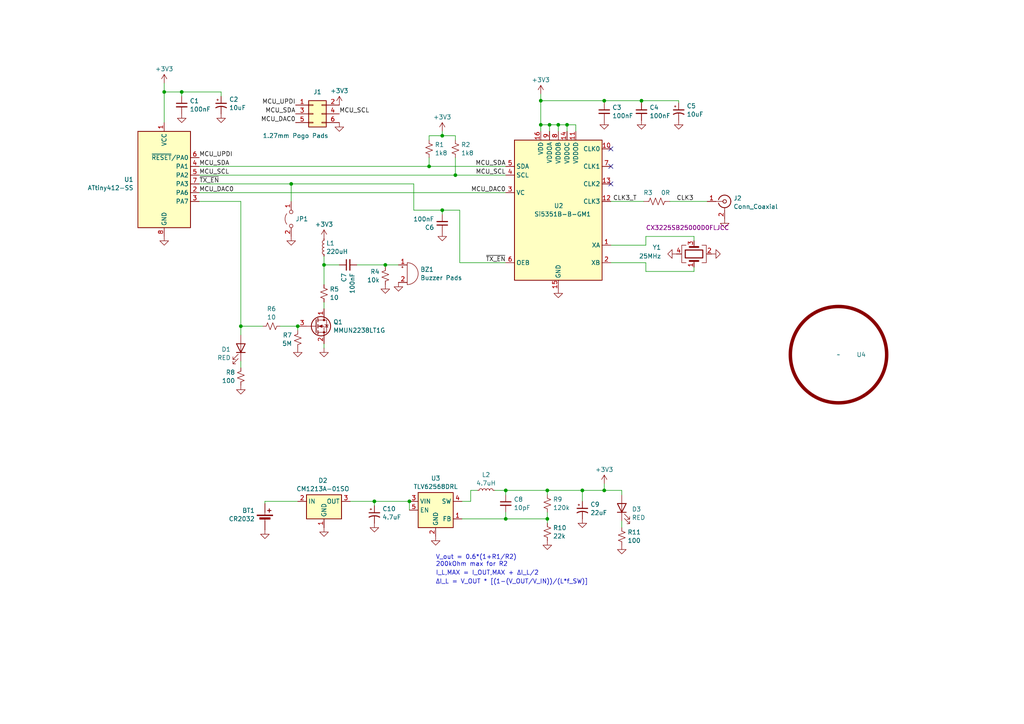
<source format=kicad_sch>
(kicad_sch (version 20231120) (generator "eeschema") (generator_version "8.0")
  (paper "A4")
  (lib_symbols
    (symbol "Connector:Conn_Coaxial" (pin_names (offset 1.016) hide)
      (property "Reference" "J" (at 0.254 3.048 0))
      (property "Value" "Conn_Coaxial" (at 2.921 0 90))
      (symbol "Conn_Coaxial_0_1"
        (arc (start -1.778 -0.508) (mid 0.2311 -1.8066) (end 1.778 0) (stroke (width 0.254)))
        (polyline (pts (xy -2.54 0) (xy -0.508 0)))
        (polyline (pts (xy 0 -2.54) (xy 0 -1.778)))
        (circle (center 0 0) (radius 0.508) (stroke (width 0.2032)))
        (arc (start 1.778 0) (mid 0.2099 1.8101) (end -1.778 0.508) (stroke (width 0.254)))
      )
      (symbol "Conn_Coaxial_1_1"
        (pin passive line (at -5.08 0 0) (length 2.54) (name "In") (number "1"))
        (pin passive line (at 0 -5.08 90) (length 2.54) (name "Ext") (number "2"))
      )
    )
    (symbol "Connector_Generic:Conn_02x03_Odd_Even" (pin_names (offset 1.016) hide)
      (property "Reference" "J" (at 1.27 5.08 0))
      (property "Value" "Conn_02x03_Odd_Even" (at 1.27 -5.08 0))
      (symbol "Conn_02x03_Odd_Even_1_1"
        (rectangle (start -1.27 -2.413) (end 0 -2.667) (stroke (width 0.1524)))
        (rectangle (start -1.27 0.127) (end 0 -0.127) (stroke (width 0.1524)))
        (rectangle (start -1.27 2.667) (end 0 2.413) (stroke (width 0.1524)))
        (rectangle (start -1.27 3.81) (end 3.81 -3.81) (stroke (width 0.254)) (fill (type background)))
        (rectangle (start 3.81 -2.413) (end 2.54 -2.667) (stroke (width 0.1524)))
        (rectangle (start 3.81 0.127) (end 2.54 -0.127) (stroke (width 0.1524)))
        (rectangle (start 3.81 2.667) (end 2.54 2.413) (stroke (width 0.1524)))
        (pin passive line (at -5.08 2.54 0) (length 3.81) (name "Pin_1") (number "1"))
        (pin passive line (at 7.62 2.54 180) (length 3.81) (name "Pin_2") (number "2"))
        (pin passive line (at -5.08 0 0) (length 3.81) (name "Pin_3") (number "3"))
        (pin passive line (at 7.62 0 180) (length 3.81) (name "Pin_4") (number "4"))
        (pin passive line (at -5.08 -2.54 0) (length 3.81) (name "Pin_5") (number "5"))
        (pin passive line (at 7.62 -2.54 180) (length 3.81) (name "Pin_6") (number "6"))
      )
    )
    (symbol "Device:Battery_Cell" (pin_numbers hide) (pin_names (offset 0) hide)
      (property "Reference" "BT" (at 2.54 2.54 0))
      (property "Value" "Battery_Cell" (at 2.54 0 0))
      (symbol "Battery_Cell_0_1"
        (rectangle (start -2.286 1.778) (end 2.286 1.524) (fill (type outline)))
        (rectangle (start -1.524 1.016) (end 1.524 0.508) (fill (type outline)))
        (polyline (pts (xy 0 0.762) (xy 0 0)))
        (polyline (pts (xy 0 1.778) (xy 0 2.54)))
        (polyline (pts (xy 0.762 3.048) (xy 1.778 3.048)) (stroke (width 0.254)))
        (polyline (pts (xy 1.27 3.556) (xy 1.27 2.54)) (stroke (width 0.254)))
      )
      (symbol "Battery_Cell_1_1"
        (pin passive line (at 0 5.08 270) (length 2.54) (name "+") (number "1"))
        (pin passive line (at 0 -2.54 90) (length 2.54) (name "-") (number "2"))
      )
    )
    (symbol "Device:Buzzer" (pin_names (offset 0.0254) hide)
      (property "Reference" "BZ" (at 3.81 1.27 0))
      (property "Value" "Buzzer" (at 3.81 -1.27 0))
      (symbol "Buzzer_0_1"
        (arc (start 0 -3.175) (mid 3.1612 0) (end 0 3.175))
        (polyline (pts (xy -1.651 1.905) (xy -1.143 1.905)))
        (polyline (pts (xy -1.397 2.159) (xy -1.397 1.651)))
        (polyline (pts (xy 0 3.175) (xy 0 -3.175)))
      )
      (symbol "Buzzer_1_1"
        (pin passive line (at -2.54 2.54 0) (length 2.54) (name "+") (number "1"))
        (pin passive line (at -2.54 -2.54 0) (length 2.54) (name "-") (number "2"))
      )
    )
    (symbol "Device:C_Polarized_Small_US" (pin_numbers hide) (pin_names (offset 0.254) hide)
      (property "Reference" "C" (at 0.254 1.778 0))
      (property "Value" "C_Polarized_Small_US" (at 0.254 -2.032 0))
      (symbol "C_Polarized_Small_US_0_1"
        (polyline (pts (xy -1.524 0.508) (xy 1.524 0.508)) (stroke (width 0.3048)))
        (polyline (pts (xy -1.27 1.524) (xy -0.762 1.524)))
        (polyline (pts (xy -1.016 1.27) (xy -1.016 1.778)))
        (arc (start 1.524 -0.762) (mid 0 -0.3734) (end -1.524 -0.762) (stroke (width 0.3048)))
      )
      (symbol "C_Polarized_Small_US_1_1"
        (pin passive line (at 0 2.54 270) (length 2.032) (name "~") (number "1"))
        (pin passive line (at 0 -2.54 90) (length 2.032) (name "~") (number "2"))
      )
    )
    (symbol "Device:C_Small" (pin_numbers hide) (pin_names (offset 0.254) hide)
      (property "Reference" "C" (at 0.254 1.778 0))
      (property "Value" "C_Small" (at 0.254 -2.032 0))
      (symbol "C_Small_0_1"
        (polyline (pts (xy -1.524 -0.508) (xy 1.524 -0.508)) (stroke (width 0.3302)))
        (polyline (pts (xy -1.524 0.508) (xy 1.524 0.508)) (stroke (width 0.3048)))
      )
      (symbol "C_Small_1_1"
        (pin passive line (at 0 2.54 270) (length 2.032) (name "~") (number "1"))
        (pin passive line (at 0 -2.54 90) (length 2.032) (name "~") (number "2"))
      )
    )
    (symbol "Device:Crystal_GND24" (pin_names (offset 1.016) hide)
      (property "Reference" "Y" (at 3.175 5.08 0))
      (property "Value" "Crystal_GND24" (at 3.175 3.175 0))
      (symbol "Crystal_GND24_0_1"
        (rectangle (start -1.143 2.54) (end 1.143 -2.54) (stroke (width 0.3048)))
        (polyline (pts (xy -2.54 0) (xy -2.032 0)))
        (polyline (pts (xy -2.032 -1.27) (xy -2.032 1.27)) (stroke (width 0.508)))
        (polyline (pts (xy 0 -3.81) (xy 0 -3.556)))
        (polyline (pts (xy 0 3.556) (xy 0 3.81)))
        (polyline (pts (xy 2.032 -1.27) (xy 2.032 1.27)) (stroke (width 0.508)))
        (polyline (pts (xy 2.032 0) (xy 2.54 0)))
        (polyline (pts (xy -2.54 -2.286) (xy -2.54 -3.556) (xy 2.54 -3.556) (xy 2.54 -2.286)))
        (polyline (pts (xy -2.54 2.286) (xy -2.54 3.556) (xy 2.54 3.556) (xy 2.54 2.286)))
      )
      (symbol "Crystal_GND24_1_1"
        (pin passive line (at -3.81 0 0) (length 1.27) (name "1") (number "1"))
        (pin passive line (at 0 5.08 270) (length 1.27) (name "2") (number "2"))
        (pin passive line (at 3.81 0 180) (length 1.27) (name "3") (number "3"))
        (pin passive line (at 0 -5.08 90) (length 1.27) (name "4") (number "4"))
      )
    )
    (symbol "Device:LED" (pin_numbers hide) (pin_names (offset 1.016) hide)
      (property "Reference" "D" (at 0 2.54 0))
      (property "Value" "LED" (at 0 -2.54 0))
      (symbol "LED_0_1"
        (polyline (pts (xy -1.27 -1.27) (xy -1.27 1.27)) (stroke (width 0.254)))
        (polyline (pts (xy -1.27 0) (xy 1.27 0)))
        (polyline (pts (xy 1.27 -1.27) (xy 1.27 1.27) (xy -1.27 0) (xy 1.27 -1.27)) (stroke (width 0.254)))
        (polyline (pts (xy -3.048 -0.762) (xy -4.572 -2.286) (xy -3.81 -2.286) (xy -4.572 -2.286) (xy -4.572 -1.524)))
        (polyline (pts (xy -1.778 -0.762) (xy -3.302 -2.286) (xy -2.54 -2.286) (xy -3.302 -2.286) (xy -3.302 -1.524)))
      )
      (symbol "LED_1_1"
        (pin passive line (at -3.81 0 0) (length 2.54) (name "K") (number "1"))
        (pin passive line (at 3.81 0 180) (length 2.54) (name "A") (number "2"))
      )
    )
    (symbol "Device:L_Small" (pin_numbers hide) (pin_names (offset 0.254) hide)
      (property "Reference" "L" (at 0.762 1.016 0))
      (property "Value" "L_Small" (at 0.762 -1.016 0))
      (symbol "L_Small_0_1"
        (arc (start 0 -2.032) (mid 0.5058 -1.524) (end 0 -1.016))
        (arc (start 0 -1.016) (mid 0.5058 -0.508) (end 0 0))
        (arc (start 0 0) (mid 0.5058 0.508) (end 0 1.016))
        (arc (start 0 1.016) (mid 0.5058 1.524) (end 0 2.032))
      )
      (symbol "L_Small_1_1"
        (pin passive line (at 0 2.54 270) (length 0.508) (name "~") (number "1"))
        (pin passive line (at 0 -2.54 90) (length 0.508) (name "~") (number "2"))
      )
    )
    (symbol "Device:Q_NMOS_DSG" (pin_names (offset 0) hide)
      (property "Reference" "Q" (at 5.08 1.27 0))
      (property "Value" "Q_NMOS_DSG" (at 5.08 -1.27 0))
      (symbol "Q_NMOS_DSG_0_1"
        (polyline (pts (xy 0.254 0) (xy -2.54 0)))
        (polyline (pts (xy 0.254 1.905) (xy 0.254 -1.905)) (stroke (width 0.254)))
        (polyline (pts (xy 0.762 -1.27) (xy 0.762 -2.286)) (stroke (width 0.254)))
        (polyline (pts (xy 0.762 0.508) (xy 0.762 -0.508)) (stroke (width 0.254)))
        (polyline (pts (xy 0.762 2.286) (xy 0.762 1.27)) (stroke (width 0.254)))
        (polyline (pts (xy 2.54 2.54) (xy 2.54 1.778)))
        (polyline (pts (xy 2.54 -2.54) (xy 2.54 0) (xy 0.762 0)))
        (polyline (pts (xy 0.762 -1.778) (xy 3.302 -1.778) (xy 3.302 1.778) (xy 0.762 1.778)))
        (polyline (pts (xy 1.016 0) (xy 2.032 0.381) (xy 2.032 -0.381) (xy 1.016 0)) (fill (type outline)))
        (polyline (pts (xy 2.794 0.508) (xy 2.921 0.381) (xy 3.683 0.381) (xy 3.81 0.254)))
        (polyline (pts (xy 3.302 0.381) (xy 2.921 -0.254) (xy 3.683 -0.254) (xy 3.302 0.381)))
        (circle (center 1.651 0) (radius 2.794) (stroke (width 0.254)))
        (circle (center 2.54 -1.778) (radius 0.254) (fill (type outline)))
        (circle (center 2.54 1.778) (radius 0.254) (fill (type outline)))
      )
      (symbol "Q_NMOS_DSG_1_1"
        (pin passive line (at 2.54 5.08 270) (length 2.54) (name "D") (number "1"))
        (pin passive line (at 2.54 -5.08 90) (length 2.54) (name "S") (number "2"))
        (pin input line (at -5.08 0 0) (length 2.54) (name "G") (number "3"))
      )
    )
    (symbol "Device:R_Small_US" (pin_numbers hide) (pin_names (offset 0.254) hide)
      (property "Reference" "R" (at 0.762 0.508 0))
      (property "Value" "R_Small_US" (at 0.762 -1.016 0))
      (symbol "R_Small_US_1_1"
        (polyline (pts (xy 0 0) (xy 1.016 -0.381) (xy 0 -0.762) (xy -1.016 -1.143) (xy 0 -1.524)))
        (polyline (pts (xy 0 1.524) (xy 1.016 1.143) (xy 0 0.762) (xy -1.016 0.381) (xy 0 0)))
        (pin passive line (at 0 2.54 270) (length 1.016) (name "~") (number "1"))
        (pin passive line (at 0 -2.54 90) (length 1.016) (name "~") (number "2"))
      )
    )
    (symbol "Device:R_US" (pin_numbers hide) (pin_names (offset 0))
      (property "Reference" "R" (at 2.54 0 90))
      (property "Value" "R_US" (at -2.54 0 90))
      (symbol "R_US_0_1"
        (polyline (pts (xy 0 -2.286) (xy 0 -2.54)))
        (polyline (pts (xy 0 2.286) (xy 0 2.54)))
        (polyline (pts (xy 0 -0.762) (xy 1.016 -1.143) (xy 0 -1.524) (xy -1.016 -1.905) (xy 0 -2.286)))
        (polyline (pts (xy 0 0.762) (xy 1.016 0.381) (xy 0 0) (xy -1.016 -0.381) (xy 0 -0.762)))
        (polyline (pts (xy 0 2.286) (xy 1.016 1.905) (xy 0 1.524) (xy -1.016 1.143) (xy 0 0.762)))
      )
      (symbol "R_US_1_1"
        (pin passive line (at 0 3.81 270) (length 1.27) (name "~") (number "1"))
        (pin passive line (at 0 -3.81 90) (length 1.27) (name "~") (number "2"))
      )
    )
    (symbol "Jumper:Jumper_2_Open" (pin_names (offset 0) hide)
      (property "Reference" "JP" (at 0 2.794 0))
      (property "Value" "Jumper_2_Open" (at 0 -2.286 0))
      (symbol "Jumper_2_Open_0_0"
        (circle (center -2.032 0) (radius 0.508))
        (circle (center 2.032 0) (radius 0.508))
      )
      (symbol "Jumper_2_Open_0_1"
        (arc (start 1.524 1.27) (mid 0 1.778) (end -1.524 1.27))
      )
      (symbol "Jumper_2_Open_1_1"
        (pin passive line (at -5.08 0 0) (length 2.54) (name "A") (number "1"))
        (pin passive line (at 5.08 0 180) (length 2.54) (name "B") (number "2"))
      )
    )
    (symbol "MCU_Microchip_ATtiny:ATtiny412-SS"
      (property "Reference" "U1" (at -13.462 -0.0579 0))
      (property "Value" "ATtiny412-SS" (at -13.462 -2.4821 0))
      (symbol "ATtiny412-SS_0_1"
        (rectangle (start -2.54 13.97) (end 12.7 -13.97) (stroke (width 0.254)) (fill (type background)))
      )
      (symbol "ATtiny412-SS_1_1"
        (pin power_in line (at 5.08 16.51 270) (length 2.54) (name "VCC") (number "1"))
        (pin bidirectional line (at 15.24 -3.81 180) (length 2.54) (name "PA6") (number "2"))
        (pin bidirectional line (at 15.24 -6.35 180) (length 2.54) (name "PA7") (number "3"))
        (pin bidirectional line (at 15.24 3.81 180) (length 2.54) (name "PA1") (number "4"))
        (pin bidirectional line (at 15.24 1.27 180) (length 2.54) (name "PA2") (number "5"))
        (pin bidirectional line (at 15.24 6.35 180) (length 2.54) (name "~{RESET}/PA0") (number "6"))
        (pin bidirectional line (at 15.24 -1.27 180) (length 2.54) (name "PA3") (number "7"))
        (pin power_in line (at 5.08 -16.51 90) (length 2.54) (name "GND") (number "8"))
      )
    )
    (symbol "Power_Protection:CM1213A-01SO"
      (property "Reference" "D3" (at -0.3175 6.0493 0))
      (property "Value" "CM1213A-01SO" (at -0.3175 3.6251 0))
      (symbol "CM1213A-01SO_0_1"
        (rectangle (start -5.08 1.905) (end 5.08 -5.08) (stroke (width 0.254)) (fill (type background)))
      )
      (symbol "CM1213A-01SO_1_1"
        (pin passive line (at 0 -7.62 90) (length 2.54) (name "GND") (number "1"))
        (pin passive line (at -7.62 0 0) (length 2.54) (name "IN") (number "2"))
        (pin passive line (at 7.62 0 180) (length 2.54) (name "OUT") (number "3"))
      )
    )
    (symbol "Regulator_Switching:TLV62568DRL"
      (property "Reference" "U3" (at 0 9.2243 0))
      (property "Value" "TLV62568DRL" (at 0 6.8001 0))
      (symbol "TLV62568DRL_0_1"
        (rectangle (start -5.08 5.08) (end 5.08 -5.08) (stroke (width 0.254)) (fill (type background)))
      )
      (symbol "TLV62568DRL_1_1"
        (pin input line (at 7.62 -2.54 180) (length 2.54) (name "FB") (number "1"))
        (pin power_in line (at 0 -7.62 90) (length 2.54) (name "GND") (number "2"))
        (pin power_in line (at -7.62 2.54 0) (length 2.54) (name "VIN") (number "3"))
        (pin power_out line (at 7.62 2.54 180) (length 2.54) (name "SW") (number "4"))
        (pin input line (at -7.62 0 0) (length 2.54) (name "EN") (number "5"))
        (pin no_connect line (at 5.08 -2.54 180) (length 2.54) hide (name "NC") (number "6"))
      )
    )
    (symbol "library:Case"
      (property "Reference" "U" (at 0 0 0))
      (symbol "Case_1_1"
        (circle (center 0 0) (radius 13.97) (stroke (width 1)))
      )
    )
    (symbol "library:Si5351B-B-GM1"
      (property "Reference" "U2" (at -1.27 1.27 0))
      (property "Value" "Si5351B-B-GM1" (at -6.985 -1.1542 0))
      (symbol "Si5351B-B-GM1_1_1"
        (rectangle (start -12.7 20.32) (end 12.7 -20.32) (stroke (width 0.254)) (fill (type background)))
        (pin input line (at 15.24 -10.16 180) (length 2.54) (name "XA") (number "1"))
        (pin output line (at 15.24 17.78 180) (length 2.54) (name "CLK0") (number "10"))
        (pin power_in line (at 5.08 22.86 270) (length 2.54) (name "VDDOD") (number "11"))
        (pin output line (at 15.24 2.54 180) (length 2.54) (name "CLK3") (number "12"))
        (pin output line (at 15.24 7.62 180) (length 2.54) (name "CLK2") (number "13"))
        (pin power_in line (at 2.54 22.86 270) (length 2.54) (name "VDDOC") (number "14"))
        (pin power_in line (at 0 -22.86 90) (length 2.54) (name "GND") (number "15"))
        (pin power_in line (at -5.08 22.86 270) (length 2.54) (name "VDD") (number "16"))
        (pin input line (at 15.24 -15.24 180) (length 2.54) (name "XB") (number "2"))
        (pin input line (at -15.24 5.08 0) (length 2.54) (name "VC") (number "3"))
        (pin input line (at -15.24 10.16 0) (length 2.54) (name "SCL") (number "4"))
        (pin bidirectional line (at -15.24 12.7 0) (length 2.54) (name "SDA") (number "5"))
        (pin input line (at -15.24 -15.24 0) (length 2.54) (name "OEB") (number "6"))
        (pin output line (at 15.24 12.7 180) (length 2.54) (name "CLK1") (number "7"))
        (pin power_in line (at 0 22.86 270) (length 2.54) (name "VDDOB") (number "8"))
        (pin power_in line (at -2.54 22.86 270) (length 2.54) (name "VDDOA") (number "9"))
      )
    )
    (symbol "power:+3V3" (power) (pin_names (offset 0))
      (property "Value" "+3V3" (at 0 3.556 0))
      (symbol "+3V3_0_1"
        (polyline (pts (xy -0.762 1.27) (xy 0 2.54)))
        (polyline (pts (xy 0 0) (xy 0 2.54)))
        (polyline (pts (xy 0 2.54) (xy 0.762 1.27)))
      )
      (symbol "+3V3_1_1"
        (pin power_in line (at 0 0 90) (length 0) hide (name "+3V3") (number "1"))
      )
    )
    (symbol "power:GND" (power) (pin_names (offset 0))
      (property "Value" "GND" (at 0 -3.81 0))
      (symbol "GND_0_1"
        (polyline (pts (xy 0 0) (xy 0 -1.27) (xy 1.27 -1.27) (xy 0 -2.54) (xy -1.27 -1.27) (xy 0 -1.27)))
      )
      (symbol "GND_1_1"
        (pin power_in line (at 0 0 270) (length 0) hide (name "GND") (number "1"))
      )
    )
  )
  (junction (at 128.27 60.96))
  (junction (at 52.705 26.67))
  (junction (at 132.08 50.8))
  (junction (at 118.745 145.415))
  (junction (at 146.685 150.495))
  (junction (at 159.385 36.195))
  (junction (at 124.46 48.26))
  (junction (at 111.76 76.835))
  (junction (at 69.85 94.615))
  (junction (at 164.465 36.195))
  (junction (at 175.26 142.24))
  (junction (at 86.36 94.615))
  (junction (at 168.91 142.24))
  (junction (at 161.925 36.195))
  (junction (at 108.585 145.415))
  (junction (at 186.055 29.21))
  (junction (at 47.625 26.67))
  (junction (at 158.75 150.495))
  (junction (at 84.455 53.34))
  (junction (at 175.26 29.21))
  (junction (at 93.98 76.835))
  (junction (at 146.685 142.24))
  (junction (at 158.75 142.24))
  (junction (at 156.845 29.21))
  (junction (at 156.845 36.195))
  (junction (at 128.27 39.37))
  (no_connect (at 177.165 43.18))
  (no_connect (at 177.165 48.26))
  (no_connect (at 177.165 53.34))
  (wire (pts (xy 187.325 76.2) (xy 177.165 76.2)))
  (wire (pts (xy 186.055 29.845) (xy 186.055 29.21)))
  (wire (pts (xy 158.75 142.24) (xy 158.75 143.51)))
  (wire (pts (xy 180.34 142.24) (xy 175.26 142.24)))
  (wire (pts (xy 167.005 36.195) (xy 164.465 36.195)))
  (wire (pts (xy 120.015 60.96) (xy 120.015 53.34)))
  (wire (pts (xy 76.835 145.415) (xy 86.36 145.415)))
  (wire (pts (xy 52.705 26.67) (xy 64.135 26.67)))
  (wire (pts (xy 196.85 29.21) (xy 196.85 29.845)))
  (wire (pts (xy 52.705 27.94) (xy 52.705 26.67)))
  (wire (pts (xy 93.98 99.695) (xy 93.98 100.965)))
  (wire (pts (xy 175.26 29.21) (xy 186.055 29.21)))
  (wire (pts (xy 47.625 24.13) (xy 47.625 26.67)))
  (wire (pts (xy 146.685 148.59) (xy 146.685 150.495)))
  (wire (pts (xy 164.465 36.195) (xy 161.925 36.195)))
  (wire (pts (xy 175.26 140.335) (xy 175.26 142.24)))
  (wire (pts (xy 161.925 36.195) (xy 161.925 38.1)))
  (wire (pts (xy 133.985 150.495) (xy 146.685 150.495)))
  (wire (pts (xy 156.845 29.21) (xy 156.845 36.195)))
  (wire (pts (xy 128.27 60.96) (xy 128.27 62.23)))
  (wire (pts (xy 93.98 76.835) (xy 93.98 82.55)))
  (wire (pts (xy 136.525 142.24) (xy 138.43 142.24)))
  (wire (pts (xy 133.35 76.2) (xy 133.35 60.96)))
  (wire (pts (xy 93.98 76.835) (xy 98.425 76.835)))
  (wire (pts (xy 69.85 58.42) (xy 57.785 58.42)))
  (wire (pts (xy 159.385 38.1) (xy 159.385 36.195)))
  (wire (pts (xy 175.26 29.845) (xy 175.26 29.21)))
  (wire (pts (xy 180.34 151.13) (xy 180.34 153.035)))
  (wire (pts (xy 187.325 71.12) (xy 177.165 71.12)))
  (wire (pts (xy 201.295 78.74) (xy 201.295 77.47)))
  (wire (pts (xy 158.75 150.495) (xy 158.75 148.59)))
  (wire (pts (xy 164.465 36.195) (xy 164.465 38.1)))
  (wire (pts (xy 93.98 74.295) (xy 93.98 76.835)))
  (wire (pts (xy 146.685 150.495) (xy 158.75 150.495)))
  (wire (pts (xy 101.6 145.415) (xy 108.585 145.415)))
  (wire (pts (xy 124.46 45.72) (xy 124.46 48.26)))
  (wire (pts (xy 194.31 58.42) (xy 205.105 58.42)))
  (wire (pts (xy 69.85 104.775) (xy 69.85 106.68)))
  (wire (pts (xy 128.27 39.37) (xy 124.46 39.37)))
  (wire (pts (xy 196.85 29.21) (xy 186.055 29.21)))
  (wire (pts (xy 167.005 38.1) (xy 167.005 36.195)))
  (wire (pts (xy 108.585 145.415) (xy 118.745 145.415)))
  (wire (pts (xy 175.26 29.21) (xy 156.845 29.21)))
  (wire (pts (xy 146.685 142.24) (xy 146.685 143.51)))
  (wire (pts (xy 124.46 39.37) (xy 124.46 40.64)))
  (wire (pts (xy 128.27 60.96) (xy 120.015 60.96)))
  (wire (pts (xy 69.85 94.615) (xy 76.2 94.615)))
  (wire (pts (xy 124.46 48.26) (xy 146.685 48.26)))
  (wire (pts (xy 201.295 69.85) (xy 201.295 68.58)))
  (wire (pts (xy 76.835 146.05) (xy 76.835 145.415)))
  (wire (pts (xy 146.685 142.24) (xy 158.75 142.24)))
  (wire (pts (xy 201.295 68.58) (xy 187.325 68.58)))
  (wire (pts (xy 57.785 55.88) (xy 146.685 55.88)))
  (wire (pts (xy 187.325 76.2) (xy 187.325 78.74)))
  (wire (pts (xy 111.76 77.47) (xy 111.76 76.835)))
  (wire (pts (xy 81.28 94.615) (xy 86.36 94.615)))
  (wire (pts (xy 175.26 142.24) (xy 168.91 142.24)))
  (wire (pts (xy 84.455 53.34) (xy 57.785 53.34)))
  (wire (pts (xy 133.35 60.96) (xy 128.27 60.96)))
  (wire (pts (xy 128.27 38.1) (xy 128.27 39.37)))
  (wire (pts (xy 132.08 45.72) (xy 132.08 50.8)))
  (wire (pts (xy 69.85 94.615) (xy 69.85 97.155)))
  (wire (pts (xy 111.76 76.835) (xy 115.57 76.835)))
  (wire (pts (xy 177.165 58.42) (xy 186.69 58.42)))
  (wire (pts (xy 156.845 36.195) (xy 156.845 38.1)))
  (wire (pts (xy 120.015 53.34) (xy 84.455 53.34)))
  (wire (pts (xy 168.91 142.24) (xy 158.75 142.24)))
  (wire (pts (xy 69.85 94.615) (xy 69.85 58.42)))
  (wire (pts (xy 158.75 151.765) (xy 158.75 150.495)))
  (wire (pts (xy 187.325 78.74) (xy 201.295 78.74)))
  (wire (pts (xy 86.36 94.615) (xy 86.36 95.885)))
  (wire (pts (xy 187.325 68.58) (xy 187.325 71.12)))
  (wire (pts (xy 93.98 89.535) (xy 93.98 87.63)))
  (wire (pts (xy 136.525 142.24) (xy 136.525 145.415)))
  (wire (pts (xy 146.685 76.2) (xy 133.35 76.2)))
  (wire (pts (xy 159.385 36.195) (xy 156.845 36.195)))
  (wire (pts (xy 118.745 145.415) (xy 118.745 147.955)))
  (wire (pts (xy 57.785 50.8) (xy 132.08 50.8)))
  (wire (pts (xy 132.08 50.8) (xy 146.685 50.8)))
  (wire (pts (xy 84.455 53.34) (xy 84.455 58.42)))
  (wire (pts (xy 156.845 29.21) (xy 156.845 27.305)))
  (wire (pts (xy 161.925 36.195) (xy 159.385 36.195)))
  (wire (pts (xy 47.625 26.67) (xy 47.625 35.56)))
  (wire (pts (xy 103.505 76.835) (xy 111.76 76.835)))
  (wire (pts (xy 136.525 145.415) (xy 133.985 145.415)))
  (wire (pts (xy 64.135 26.67) (xy 64.135 27.94)))
  (wire (pts (xy 132.08 40.64) (xy 132.08 39.37)))
  (wire (pts (xy 47.625 26.67) (xy 52.705 26.67)))
  (wire (pts (xy 143.51 142.24) (xy 146.685 142.24)))
  (wire (pts (xy 180.34 143.51) (xy 180.34 142.24)))
  (wire (pts (xy 57.785 48.26) (xy 124.46 48.26)))
  (wire (pts (xy 168.91 145.415) (xy 168.91 142.24)))
  (wire (pts (xy 132.08 39.37) (xy 128.27 39.37)))
  (wire (pts (xy 108.585 146.685) (xy 108.585 145.415)))
  (text "V_out = 0.6*(1+R1/R2)\n200kOhm max for R2" (at 126.365 164.465 0) (effects (font (size 1.27 1.27)) (justify left bottom)))
  (text "ΔI_L = V_OUT * [(1-(V_OUT/V_IN))/(L*f_SW)]" (at 126.365 169.545 0) (effects (font (size 1.27 1.27)) (justify left bottom)))
  (text "I_L,MAX = I_OUT,MAX + ΔI_L/2" (at 126.365 167.005 0) (effects (font (size 1.27 1.27)) (justify left bottom)))
  (label "CLK3_T" (at 177.8 58.42 0))
  (label "MCU_UPDI" (at 57.785 45.72 0))
  (label "MCU_DAC0" (at 85.725 35.56 180))
  (label "MCU_SCL" (at 98.425 33.02 0))
  (label "MCU_SCL" (at 146.685 50.8 180))
  (label "~{TX_EN}" (at 57.785 53.34 0))
  (label "~{TX_EN}" (at 146.685 76.2 180))
  (label "MCU_SDA" (at 85.725 33.02 180))
  (label "CLK3" (at 196.215 58.42 0))
  (label "MCU_DAC0" (at 146.685 55.88 180))
  (label "MCU_SDA" (at 146.685 48.26 180))
  (label "MCU_DAC0" (at 57.785 55.88 0))
  (label "MCU_SCL" (at 57.785 50.8 0))
  (label "MCU_UPDI" (at 85.725 30.48 180))
  (label "MCU_SDA" (at 57.785 48.26 0))
  (symbol (lib_id "power:GND") (at 111.76 82.55 0) (mirror y) (unit 1)
    (property "Reference" "#PWR019" (effects (hide yes)))
    (property "Value" "GND" (effects (hide yes)))
  )
  (symbol (lib_id "Device:R_Small_US") (at 93.98 85.09 180) (unit 1)
    (property "Reference" "R5" (at 95.631 83.8779 0) (effects (justify right)))
    (property "Value" "10" (at 95.631 86.3021 0) (effects (justify right)))
    (property "Footprint" "Resistor_SMD:R_0402_1005Metric" (effects (hide yes)))
  )
  (symbol (lib_id "Device:C_Polarized_Small_US") (at 64.135 30.48 0) (unit 1)
    (property "Reference" "C2" (at 66.4464 28.8361 0) (effects (justify left)))
    (property "Value" "10uF" (at 66.4464 31.2603 0) (effects (justify left)))
    (property "Footprint" "Resistor_SMD:R_0402_1005Metric" (effects (hide yes)))
  )
  (symbol (lib_id "power:GND") (at 210.185 63.5 0) (mirror y) (unit 1)
    (property "Reference" "#PWR011" (effects (hide yes)))
    (property "Value" "GND" (effects (hide yes)))
  )
  (symbol (lib_id "power:GND") (at 175.26 34.925 0) (unit 1)
    (property "Reference" "#PWR06" (effects (hide yes)))
    (property "Value" "GND" (effects (hide yes)))
  )
  (symbol (lib_id "Device:R_Small_US") (at 111.76 80.01 0) (mirror y) (unit 1)
    (property "Reference" "R4" (at 110.109 78.7979 0) (effects (justify left)))
    (property "Value" "10k" (at 110.109 81.2221 0) (effects (justify left)))
    (property "Footprint" "Resistor_SMD:R_0402_1005Metric" (effects (hide yes)))
  )
  (symbol (lib_id "power:+3V3") (at 47.625 24.13 0) (unit 1)
    (property "Reference" "#PWR01" (effects (hide yes)))
    (property "Value" "+3V3" (at 47.625 19.9969 0))
  )
  (symbol (lib_id "power:GND") (at 186.055 34.925 0) (unit 1)
    (property "Reference" "#PWR07" (effects (hide yes)))
    (property "Value" "GND" (effects (hide yes)))
  )
  (symbol (lib_id "power:GND") (at 47.625 68.58 0) (mirror y) (unit 1)
    (property "Reference" "#PWR013" (effects (hide yes)))
    (property "Value" "GND" (effects (hide yes)))
  )
  (symbol (lib_id "power:+3V3") (at 156.845 27.305 0) (unit 1)
    (property "Reference" "#PWR02" (effects (hide yes)))
    (property "Value" "+3V3" (at 156.845 23.1719 0))
  )
  (symbol (lib_id "Device:R_Small_US") (at 180.34 155.575 0) (unit 1)
    (property "Reference" "R11" (at 181.991 154.3629 0) (effects (justify left)))
    (property "Value" "100" (at 181.991 156.7871 0) (effects (justify left)))
    (property "Footprint" "Resistor_SMD:R_0402_1005Metric" (effects (hide yes)))
  )
  (symbol (lib_id "Device:C_Small") (at 128.27 64.77 180) (unit 1)
    (property "Reference" "C6" (at 125.9459 65.9758 0) (effects (justify left)))
    (property "Value" "100nF" (at 125.9459 63.5516 0) (effects (justify left)))
    (property "Footprint" "Resistor_SMD:R_0402_1005Metric" (effects (hide yes)))
  )
  (symbol (lib_id "power:+3V3") (at 93.98 69.215 0) (unit 1)
    (property "Reference" "#PWR015" (effects (hide yes)))
    (property "Value" "+3V3" (at 93.98 65.0819 0))
  )
  (symbol (lib_id "power:GND") (at 196.215 73.66 270) (mirror x) (unit 1)
    (property "Reference" "#PWR016" (effects (hide yes)))
    (property "Value" "GND" (effects (hide yes)))
  )
  (symbol (lib_id "power:GND") (at 93.98 100.965 0) (mirror y) (unit 1)
    (property "Reference" "#PWR022" (effects (hide yes)))
    (property "Value" "GND" (effects (hide yes)))
  )
  (symbol (lib_id "power:GND") (at 161.925 83.82 0) (mirror y) (unit 1)
    (property "Reference" "#PWR020" (effects (hide yes)))
    (property "Value" "GND" (effects (hide yes)))
  )
  (symbol (lib_id "library:Case") (at 243.205 102.87 0) (unit 1)
    (property "Reference" "U4" (at 248.4191 102.87 0) (effects (justify left)))
    (property "Value" "~" (at 243.205 102.87 0))
    (property "Footprint" "Library:Case_CR2032" (effects (hide yes)))
  )
  (symbol (lib_id "Device:C_Polarized_Small_US") (at 108.585 149.225 0) (unit 1)
    (property "Reference" "C10" (at 110.8964 147.5811 0) (effects (justify left)))
    (property "Value" "4.7uF" (at 110.8964 150.0053 0) (effects (justify left)))
    (property "Footprint" "Resistor_SMD:R_0402_1005Metric" (effects (hide yes)))
  )
  (symbol (lib_id "Device:LED") (at 180.34 147.32 90) (unit 1)
    (property "Reference" "D3" (at 183.261 147.6954 90) (effects (justify right)))
    (property "Value" "RED" (at 183.261 150.1196 90) (effects (justify right)))
    (property "Footprint" "LED_SMD:LED_0402_1005Metric" (effects (hide yes)))
  )
  (symbol (lib_id "Device:C_Small") (at 52.705 30.48 0) (unit 1)
    (property "Reference" "C1" (at 55.0291 29.2742 0) (effects (justify left)))
    (property "Value" "100nF" (at 55.0291 31.6984 0) (effects (justify left)))
    (property "Footprint" "Resistor_SMD:R_0402_1005Metric" (effects (hide yes)))
  )
  (symbol (lib_id "power:+3V3") (at 128.27 38.1 0) (unit 1)
    (property "Reference" "#PWR010" (effects (hide yes)))
    (property "Value" "+3V3" (at 128.27 33.9669 0))
  )
  (symbol (lib_id "power:GND") (at 64.135 33.02 0) (mirror y) (unit 1)
    (property "Reference" "#PWR05" (effects (hide yes)))
    (property "Value" "GND" (effects (hide yes)))
  )
  (symbol (lib_id "Device:R_Small_US") (at 132.08 43.18 0) (unit 1)
    (property "Reference" "R2" (at 133.731 41.9679 0) (effects (justify left)))
    (property "Value" "1k8" (at 133.731 44.3921 0) (effects (justify left)))
    (property "Footprint" "Resistor_SMD:R_0402_1005Metric" (effects (hide yes)))
  )
  (symbol (lib_id "power:GND") (at 98.425 35.56 0) (unit 1)
    (property "Reference" "#PWR09" (effects (hide yes)))
    (property "Value" "GND" (effects (hide yes)))
  )
  (symbol (lib_id "power:GND") (at 180.34 158.115 0) (mirror y) (unit 1)
    (property "Reference" "#PWR031" (effects (hide yes)))
    (property "Value" "GND" (effects (hide yes)))
  )
  (symbol (lib_id "Connector:Conn_Coaxial") (at 210.185 58.42 0) (unit 1)
    (property "Reference" "J2" (at 212.7251 57.5011 0) (effects (justify left)))
    (property "Value" "Conn_Coaxial" (at 212.7251 59.9253 0) (effects (justify left)))
    (property "Footprint" "Library:RF_Solder_Pad" (effects (hide yes)))
  )
  (symbol (lib_id "power:GND") (at 158.75 156.845 0) (mirror y) (unit 1)
    (property "Reference" "#PWR030" (effects (hide yes)))
    (property "Value" "GND" (effects (hide yes)))
  )
  (symbol (lib_id "Device:R_Small_US") (at 158.75 154.305 0) (unit 1)
    (property "Reference" "R10" (at 160.401 153.0929 0) (effects (justify left)))
    (property "Value" "22k" (at 160.401 155.5171 0) (effects (justify left)))
    (property "Footprint" "Resistor_SMD:R_0402_1005Metric" (effects (hide yes)))
  )
  (symbol (lib_id "power:+3V3") (at 175.26 140.335 0) (unit 1)
    (property "Reference" "#PWR024" (effects (hide yes)))
    (property "Value" "+3V3" (at 175.26 136.2019 0))
  )
  (symbol (lib_id "Device:C_Small") (at 146.685 146.05 0) (unit 1)
    (property "Reference" "C8" (at 149.0091 144.8442 0) (effects (justify left)))
    (property "Value" "10pF" (at 149.0091 147.2684 0) (effects (justify left)))
    (property "Footprint" "Resistor_SMD:R_0402_1005Metric" (effects (hide yes)))
  )
  (symbol (lib_id "power:GND") (at 93.98 153.035 0) (mirror y) (unit 1)
    (property "Reference" "#PWR027" (effects (hide yes)))
    (property "Value" "GND" (effects (hide yes)))
  )
  (symbol (lib_id "Jumper:Jumper_2_Open") (at 84.455 63.5 90) (mirror x) (unit 1)
    (property "Reference" "JP1" (at 85.725 63.5 90) (effects (justify right)))
    (property "Value" "Jumper_2_Open" (effects (hide yes)))
    (property "Footprint" "Jumper:SolderJumper-2_P1.3mm_Open_TrianglePad1.0x1.5mm" (effects (hide yes)))
  )
  (symbol (lib_id "Device:Battery_Cell") (at 76.835 151.13 0) (unit 1)
    (property "Reference" "BT1" (at 73.914 148.0764 0) (effects (justify right)))
    (property "Value" "CR2032" (at 73.914 150.5006 0) (effects (justify right)))
    (property "Footprint" "Battery:BatteryHolder_Keystone_3034_1x20mm" (effects (hide yes)))
  )
  (symbol (lib_id "power:GND") (at 52.705 33.02 0) (unit 1)
    (property "Reference" "#PWR04" (effects (hide yes)))
    (property "Value" "GND" (effects (hide yes)))
  )
  (symbol (lib_id "power:+3V3") (at 98.425 30.48 0) (unit 1)
    (property "Reference" "#PWR03" (effects (hide yes)))
    (property "Value" "+3V3" (at 98.425 26.3469 0))
  )
  (symbol (lib_id "Device:Buzzer") (at 118.11 79.375 0) (unit 1)
    (property "Reference" "BZ1" (at 121.9062 78.1629 0) (effects (justify left)))
    (property "Value" "Buzzer Pads" (at 121.9062 80.5871 0) (effects (justify left)))
    (property "Footprint" "Jumper:SolderJumper-2_P1.3mm_Open_RoundedPad1.0x1.5mm" (effects (hide yes)))
  )
  (symbol (lib_id "Regulator_Switching:TLV62568DRL") (at 126.365 147.955 0) (unit 1)
    (property "Reference" "U3" (at 126.365 138.7307 0))
    (property "Value" "TLV62568DRL" (at 126.365 141.1549 0))
    (property "Footprint" "Package_TO_SOT_SMD:SOT-563" (effects (hide yes)))
    (property "Datasheet" "http://www.ti.com/lit/ds/symlink/tlv62568.pdf" (effects (hide yes)))
  )
  (symbol (lib_id "Device:R_Small_US") (at 86.36 98.425 0) (mirror y) (unit 1)
    (property "Reference" "R7" (at 84.709 97.2129 0) (effects (justify left)))
    (property "Value" "5M" (at 84.709 99.6371 0) (effects (justify left)))
    (property "Footprint" "Resistor_SMD:R_0402_1005Metric" (effects (hide yes)))
  )
  (symbol (lib_id "Device:C_Polarized_Small_US") (at 168.91 147.955 0) (unit 1)
    (property "Reference" "C9" (at 171.2214 146.3111 0) (effects (justify left)))
    (property "Value" "22uF" (at 171.2214 148.7353 0) (effects (justify left)))
    (property "Footprint" "Resistor_SMD:R_0603_1608Metric" (effects (hide yes)))
  )
  (symbol (lib_id "power:GND") (at 128.27 67.31 0) (mirror y) (unit 1)
    (property "Reference" "#PWR012" (effects (hide yes)))
    (property "Value" "GND" (effects (hide yes)))
  )
  (symbol (lib_id "power:GND") (at 168.91 150.495 0) (mirror y) (unit 1)
    (property "Reference" "#PWR025" (effects (hide yes)))
    (property "Value" "GND" (effects (hide yes)))
  )
  (symbol (lib_id "Device:L_Small") (at 93.98 71.755 180) (unit 1)
    (property "Reference" "L1" (at 94.615 70.5429 0) (effects (justify right)))
    (property "Value" "220uH" (at 94.615 72.9671 0) (effects (justify right)))
    (property "Footprint" "Inductor_SMD:L_1008_2520Metric" (effects (hide yes)))
  )
  (symbol (lib_id "power:GND") (at 86.36 100.965 0) (mirror y) (unit 1)
    (property "Reference" "#PWR021" (effects (hide yes)))
    (property "Value" "GND" (effects (hide yes)))
  )
  (symbol (lib_id "power:GND") (at 69.85 111.76 0) (unit 1)
    (property "Reference" "#PWR023" (effects (hide yes)))
    (property "Value" "GND" (effects (hide yes)))
  )
  (symbol (lib_id "power:GND") (at 206.375 73.66 90) (mirror x) (unit 1)
    (property "Reference" "#PWR017" (effects (hide yes)))
    (property "Value" "GND" (effects (hide yes)))
  )
  (symbol (lib_id "library:Si5351B-B-GM1") (at 161.925 60.96 0) (unit 1)
    (property "Reference" "U2" (at 160.655 59.69 0) (effects (justify left)))
    (property "Value" "Si5351B-B-GM1" (at 154.94 62.1142 0) (effects (justify left)))
    (property "Footprint" "Package_DFN_QFN:QFN-16-1EP_3x3mm_P0.5mm_EP1.45x1.45mm" (effects (hide yes)))
    (property "Datasheet" "https://www.silabs.com/documents/public/data-sheets/Si5351-B.pdf" (effects (hide yes)))
  )
  (symbol (lib_id "Device:R_Small_US") (at 69.85 109.22 0) (mirror y) (unit 1)
    (property "Reference" "R8" (at 68.199 108.0079 0) (effects (justify left)))
    (property "Value" "100" (at 68.199 110.4321 0) (effects (justify left)))
    (property "Footprint" "Resistor_SMD:R_0402_1005Metric" (effects (hide yes)))
  )
  (symbol (lib_id "power:GND") (at 196.85 34.925 0) (unit 1)
    (property "Reference" "#PWR08" (effects (hide yes)))
    (property "Value" "GND" (effects (hide yes)))
  )
  (symbol (lib_id "Device:C_Small") (at 100.965 76.835 90) (mirror x) (unit 1)
    (property "Reference" "C7" (at 99.7592 79.1591 0) (effects (justify left)))
    (property "Value" "100nF" (at 102.1834 79.1591 0) (effects (justify left)))
    (property "Footprint" "Resistor_SMD:R_0402_1005Metric" (effects (hide yes)))
  )
  (symbol (lib_id "power:GND") (at 126.365 155.575 0) (mirror y) (unit 1)
    (property "Reference" "#PWR029" (effects (hide yes)))
    (property "Value" "GND" (effects (hide yes)))
  )
  (symbol (lib_id "Power_Protection:CM1213A-01SO") (at 93.98 145.415 0) (unit 1)
    (property "Reference" "D2" (at 93.6625 139.3657 0))
    (property "Value" "CM1213A-01SO" (at 93.6625 141.7899 0))
    (property "Footprint" "Package_TO_SOT_SMD:SOT-23-3" (effects (hide yes)))
    (property "Datasheet" "http://www.onsemi.com/pub_link/Collateral/CM1213A-D.PDF" (effects (hide yes)))
  )
  (symbol (lib_id "Connector_Generic:Conn_02x03_Odd_Even") (at 90.805 33.02 0) (unit 1)
    (property "Reference" "J1" (at 92.075 26.67 0))
    (property "Value" "1.27mm Pogo Pads" (at 85.725 39.37 0))
    (property "Footprint" "Library:2x3_1.27mm_Pogo_Header" (effects (hide yes)))
  )
  (symbol (lib_id "power:GND") (at 115.57 81.915 0) (mirror y) (unit 1)
    (property "Reference" "#PWR018" (effects (hide yes)))
    (property "Value" "GND" (effects (hide yes)))
  )
  (symbol (lib_id "Device:Q_NMOS_DSG") (at 91.44 94.615 0) (unit 1)
    (property "Reference" "Q1" (at 96.647 93.4029 0) (effects (justify left)))
    (property "Value" "MMUN2238LT1G" (at 96.647 95.8271 0) (effects (justify left)))
    (property "Footprint" "Package_TO_SOT_SMD:SOT-23-3" (effects (hide yes)))
  )
  (symbol (lib_id "Device:C_Polarized_Small_US") (at 196.85 32.385 0) (unit 1)
    (property "Reference" "C5" (at 199.1614 30.7411 0) (effects (justify left)))
    (property "Value" "10uF" (at 199.1614 33.1653 0) (effects (justify left)))
    (property "Footprint" "Resistor_SMD:R_0402_1005Metric" (effects (hide yes)))
  )
  (symbol (lib_id "Device:R_Small_US") (at 78.74 94.615 90) (unit 1)
    (property "Reference" "R6" (at 78.74 89.5817 90))
    (property "Value" "10" (at 78.74 92.0059 90))
    (property "Footprint" "Resistor_SMD:R_0402_1005Metric" (effects (hide yes)))
  )
  (symbol (lib_id "Device:R_US") (at 190.5 58.42 90) (unit 1)
    (property "Reference" "R3" (at 187.96 55.88 90))
    (property "Value" "0R" (at 193.04 55.88 90))
    (property "Footprint" "Resistor_SMD:R_0402_1005Metric" (effects (hide yes)))
  )
  (symbol (lib_id "Device:C_Small") (at 186.055 32.385 0) (unit 1)
    (property "Reference" "C4" (at 188.3791 31.1792 0) (effects (justify left)))
    (property "Value" "100nF" (at 188.3791 33.6034 0) (effects (justify left)))
    (property "Footprint" "Resistor_SMD:R_0402_1005Metric" (effects (hide yes)))
  )
  (symbol (lib_id "Device:R_Small_US") (at 158.75 146.05 0) (unit 1)
    (property "Reference" "R9" (at 160.401 144.8379 0) (effects (justify left)))
    (property "Value" "120k" (at 160.401 147.2621 0) (effects (justify left)))
    (property "Footprint" "Resistor_SMD:R_0402_1005Metric" (effects (hide yes)))
  )
  (symbol (lib_id "Device:LED") (at 69.85 100.965 270) (mirror x) (unit 1)
    (property "Reference" "D1" (at 66.929 101.3404 90) (effects (justify right)))
    (property "Value" "RED" (at 66.929 103.7646 90) (effects (justify right)))
    (property "Footprint" "LED_SMD:LED_0402_1005Metric" (effects (hide yes)))
  )
  (symbol (lib_id "Device:L_Small") (at 140.97 142.24 90) (unit 1)
    (property "Reference" "L2" (at 140.97 137.7169 90))
    (property "Value" "4.7uH" (at 140.97 140.1411 90))
    (property "Footprint" "Inductor_SMD:L_0805_2012Metric" (effects (hide yes)))
  )
  (symbol (lib_id "Device:C_Small") (at 175.26 32.385 0) (unit 1)
    (property "Reference" "C3" (at 177.5841 31.1792 0) (effects (justify left)))
    (property "Value" "100nF" (at 177.5841 33.6034 0) (effects (justify left)))
    (property "Footprint" "Resistor_SMD:R_0402_1005Metric" (effects (hide yes)))
  )
  (symbol (lib_id "Device:R_Small_US") (at 124.46 43.18 0) (unit 1)
    (property "Reference" "R1" (at 126.111 41.9679 0) (effects (justify left)))
    (property "Value" "1k8" (at 126.111 44.3921 0) (effects (justify left)))
    (property "Footprint" "Resistor_SMD:R_0402_1005Metric" (effects (hide yes)))
  )
  (symbol (lib_id "power:GND") (at 108.585 151.765 0) (mirror y) (unit 1)
    (property "Reference" "#PWR026" (effects (hide yes)))
    (property "Value" "GND" (effects (hide yes)))
  )
  (symbol (lib_id "Device:Crystal_GND24") (at 201.295 73.66 270) (mirror x) (unit 1)
    (property "Reference" "Y1" (at 191.77 71.755 90) (effects (justify right)))
    (property "Value" "25MHz" (at 191.77 74.295 90) (effects (justify right)))
    (property "Footprint" "Library:Crystal_SMD_Kyocera_CX3225SB-4Pin_3.2x2.5mm" (effects (hide yes)))
    (property "Datasheet" "https://mm.digikey.com/Volume0/opasdata/d220001/medias/docus/2180/CX3225SB_UKY1C-H1-16355-00_Spec.pdf" (effects (hide yes)))
    (property "Field4" "CX3225SB25000D0FLJCC" (at 187.325 66.04 90) (effects (justify left)))
  )
  (symbol (lib_id "power:GND") (at 76.835 153.67 0) (mirror y) (unit 1)
    (property "Reference" "#PWR028" (effects (hide yes)))
    (property "Value" "GND" (effects (hide yes)))
  )
  (symbol (lib_id "MCU_Microchip_ATtiny:ATtiny412-SS") (at 42.545 52.07 0) (unit 1)
    (property "Reference" "U1" (at 38.735 52.07 0) (effects (justify right)))
    (property "Value" "ATtiny412-SS" (at 38.735 54.4942 0) (effects (justify right)))
    (property "Footprint" "Package_SO:SOIC-8_3.9x4.9mm_P1.27mm" (effects (hide yes)))
    (property "Datasheet" "http://ww1.microchip.com/downloads/en/DeviceDoc/40001911A.pdf" (effects (hide yes)))
  )
  (symbol (lib_id "power:GND") (at 84.455 68.58 0) (mirror y) (unit 1)
    (property "Reference" "#PWR014" (effects (hide yes)))
    (property "Value" "GND" (effects (hide yes)))
  )
)
</source>
